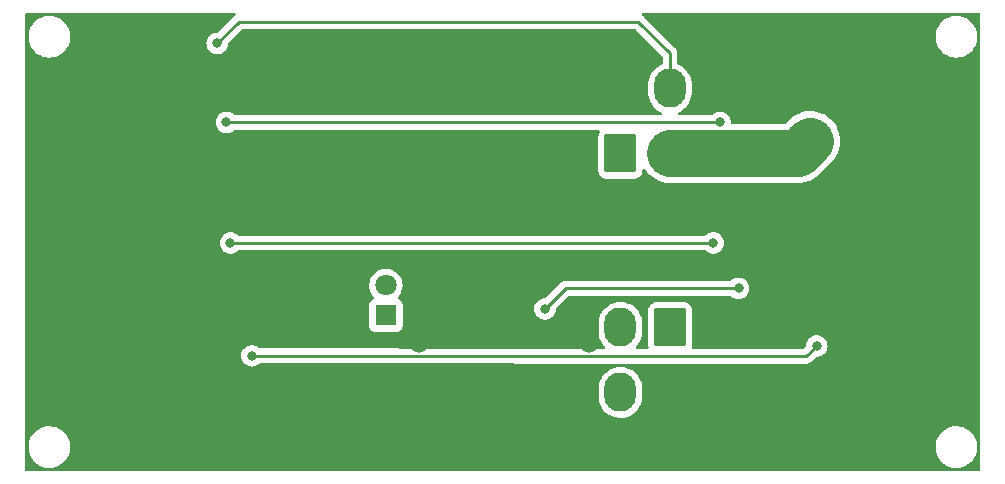
<source format=gbr>
%TF.GenerationSoftware,KiCad,Pcbnew,(6.0.9)*%
%TF.CreationDate,2023-01-06T08:48:34-09:00*%
%TF.ProjectId,CAUTION LIGHTS PANEL,43415554-494f-44e2-904c-494748545320,rev?*%
%TF.SameCoordinates,Original*%
%TF.FileFunction,Copper,L2,Bot*%
%TF.FilePolarity,Positive*%
%FSLAX46Y46*%
G04 Gerber Fmt 4.6, Leading zero omitted, Abs format (unit mm)*
G04 Created by KiCad (PCBNEW (6.0.9)) date 2023-01-06 08:48:34*
%MOMM*%
%LPD*%
G01*
G04 APERTURE LIST*
G04 Aperture macros list*
%AMRoundRect*
0 Rectangle with rounded corners*
0 $1 Rounding radius*
0 $2 $3 $4 $5 $6 $7 $8 $9 X,Y pos of 4 corners*
0 Add a 4 corners polygon primitive as box body*
4,1,4,$2,$3,$4,$5,$6,$7,$8,$9,$2,$3,0*
0 Add four circle primitives for the rounded corners*
1,1,$1+$1,$2,$3*
1,1,$1+$1,$4,$5*
1,1,$1+$1,$6,$7*
1,1,$1+$1,$8,$9*
0 Add four rect primitives between the rounded corners*
20,1,$1+$1,$2,$3,$4,$5,0*
20,1,$1+$1,$4,$5,$6,$7,0*
20,1,$1+$1,$6,$7,$8,$9,0*
20,1,$1+$1,$8,$9,$2,$3,0*%
G04 Aperture macros list end*
%TA.AperFunction,SMDPad,CuDef*%
%ADD10RoundRect,0.250000X-1.500000X-1.000000X1.500000X-1.000000X1.500000X1.000000X-1.500000X1.000000X0*%
%TD*%
%TA.AperFunction,ComponentPad*%
%ADD11RoundRect,0.250001X-1.099999X-1.399999X1.099999X-1.399999X1.099999X1.399999X-1.099999X1.399999X0*%
%TD*%
%TA.AperFunction,ComponentPad*%
%ADD12O,2.700000X3.300000*%
%TD*%
%TA.AperFunction,ComponentPad*%
%ADD13RoundRect,0.250001X1.099999X1.399999X-1.099999X1.399999X-1.099999X-1.399999X1.099999X-1.399999X0*%
%TD*%
%TA.AperFunction,ComponentPad*%
%ADD14R,1.800000X1.800000*%
%TD*%
%TA.AperFunction,ComponentPad*%
%ADD15C,1.800000*%
%TD*%
%TA.AperFunction,ViaPad*%
%ADD16C,1.500000*%
%TD*%
%TA.AperFunction,ViaPad*%
%ADD17C,0.800000*%
%TD*%
%TA.AperFunction,Conductor*%
%ADD18C,4.000000*%
%TD*%
%TA.AperFunction,Conductor*%
%ADD19C,0.228600*%
%TD*%
G04 APERTURE END LIST*
D10*
%TO.P,C1,1*%
%TO.N,/LED+5V*%
X67026200Y28521200D03*
%TO.P,C1,2*%
%TO.N,/LEDGND*%
X73526200Y28521200D03*
%TD*%
D11*
%TO.P,J1,1,Pin_1*%
%TO.N,/LED+5V*%
X50936200Y27451200D03*
D12*
%TO.P,J1,2,Pin_2*%
X55136200Y27451200D03*
%TO.P,J1,3,Pin_3*%
%TO.N,/LEDGND*%
X50936200Y32951200D03*
%TO.P,J1,4,Pin_4*%
%TO.N,/DATAIN*%
X55136200Y32951200D03*
%TD*%
D13*
%TO.P,J2,1,Pin_1*%
%TO.N,/LED+5V*%
X55146200Y12721200D03*
D12*
%TO.P,J2,2,Pin_2*%
X50946200Y12721200D03*
%TO.P,J2,3,Pin_3*%
%TO.N,/LEDGND*%
X55146200Y7221200D03*
%TO.P,J2,4,Pin_4*%
%TO.N,/DATAOUT*%
X50946200Y7221200D03*
%TD*%
D14*
%TO.P,D25,1,K*%
%TO.N,Net-(D25-Pad1)*%
X31086200Y13731200D03*
D15*
%TO.P,D25,2,A*%
%TO.N,/LED+5V*%
X31086200Y16271200D03*
%TD*%
D16*
%TO.N,/LEDGND*%
X16546200Y2281200D03*
X39956200Y22241200D03*
X33876200Y11341200D03*
X64576200Y1921200D03*
X39986200Y2151200D03*
X39946200Y12301200D03*
X26536200Y2101200D03*
X74316200Y12091200D03*
X49776200Y22011200D03*
X74306200Y22241200D03*
X26516200Y22321200D03*
X64556200Y12001200D03*
X74306200Y1931200D03*
X64576200Y22111200D03*
X16596200Y32201200D03*
X16556200Y22201200D03*
X16536200Y12101200D03*
X48296200Y11321200D03*
X64586200Y32271200D03*
X50856200Y3061200D03*
X39976200Y32251200D03*
X26536200Y32221200D03*
X26496200Y12341200D03*
X74286200Y32161200D03*
D17*
%TO.N,Net-(D6-Pad2)*%
X59366200Y30081200D03*
X17576200Y30081200D03*
%TO.N,Net-(D16-Pad2)*%
X44556200Y14291200D03*
X60946200Y16031200D03*
%TO.N,Net-(D18-Pad2)*%
X67566200Y11151200D03*
X19746200Y10321200D03*
%TO.N,/DATAIN*%
X16806200Y36771200D03*
%TO.N,/DATAOUT1*%
X17916200Y19871200D03*
X58816200Y19881200D03*
%TD*%
D18*
%TO.N,/LED+5V*%
X55136200Y27451200D02*
X65956200Y27451200D01*
X65956200Y27451200D02*
X67026200Y28521200D01*
D19*
%TO.N,Net-(D6-Pad2)*%
X17576200Y30081200D02*
X17556200Y30081200D01*
X59366200Y30081200D02*
X17576200Y30081200D01*
%TO.N,Net-(D16-Pad2)*%
X44556200Y14291200D02*
X44556200Y14291200D01*
X60946200Y16031200D02*
X46296200Y16031200D01*
X46296200Y16031200D02*
X44556200Y14291200D01*
%TO.N,Net-(D18-Pad2)*%
X19746200Y10321200D02*
X19788301Y10279099D01*
X66694099Y10279099D02*
X19746200Y10321200D01*
X67566200Y11151200D02*
X66694099Y10279099D01*
%TO.N,/DATAIN*%
X16806200Y36771200D02*
X16826200Y36771200D01*
X55136200Y32951200D02*
X55136200Y35931200D01*
X55136200Y35931200D02*
X52466200Y38601200D01*
X52466200Y38601200D02*
X18656200Y38601200D01*
X18656200Y38601200D02*
X16806200Y36771200D01*
%TO.N,/DATAOUT1*%
X17916200Y19871200D02*
X17926200Y19881200D01*
X58816200Y19881200D02*
X17916200Y19871200D01*
%TD*%
%TA.AperFunction,Conductor*%
%TO.N,/LEDGND*%
G36*
X18312957Y39334098D02*
G01*
X18359450Y39280442D01*
X18369554Y39210168D01*
X18340060Y39145588D01*
X18308384Y39119299D01*
X18280990Y39103299D01*
X18280988Y39103298D01*
X18274149Y39099303D01*
X18268515Y39093730D01*
X18258658Y39083980D01*
X18244114Y39071626D01*
X18232890Y39063471D01*
X18232886Y39063467D01*
X18226476Y39058810D01*
X18221423Y39052702D01*
X18200131Y39026965D01*
X18191657Y39017703D01*
X16875851Y37716122D01*
X16813355Y37682436D01*
X16787241Y37679700D01*
X16710713Y37679700D01*
X16704261Y37678328D01*
X16704256Y37678328D01*
X16617312Y37659847D01*
X16523912Y37639994D01*
X16517882Y37637309D01*
X16517881Y37637309D01*
X16355478Y37565003D01*
X16355476Y37565002D01*
X16349448Y37562318D01*
X16194947Y37450066D01*
X16067160Y37308144D01*
X16063859Y37302426D01*
X15994204Y37181780D01*
X15971673Y37142756D01*
X15912658Y36961128D01*
X15892696Y36771200D01*
X15893386Y36764635D01*
X15898789Y36713233D01*
X15912658Y36581272D01*
X15971673Y36399644D01*
X16067160Y36234256D01*
X16071578Y36229349D01*
X16071579Y36229348D01*
X16163153Y36127645D01*
X16194947Y36092334D01*
X16349448Y35980082D01*
X16355476Y35977398D01*
X16355478Y35977397D01*
X16517881Y35905091D01*
X16523912Y35902406D01*
X16617313Y35882553D01*
X16704256Y35864072D01*
X16704261Y35864072D01*
X16710713Y35862700D01*
X16901687Y35862700D01*
X16908139Y35864072D01*
X16908144Y35864072D01*
X16995087Y35882553D01*
X17088488Y35902406D01*
X17094519Y35905091D01*
X17256922Y35977397D01*
X17256924Y35977398D01*
X17262952Y35980082D01*
X17417453Y36092334D01*
X17449247Y36127645D01*
X17540821Y36229348D01*
X17540822Y36229349D01*
X17545240Y36234256D01*
X17640727Y36399644D01*
X17699742Y36581272D01*
X17709090Y36670207D01*
X17718238Y36757249D01*
X17745251Y36822905D01*
X17754938Y36833656D01*
X18875372Y37941978D01*
X18937868Y37975664D01*
X18963982Y37978400D01*
X52156038Y37978400D01*
X52224159Y37958398D01*
X52245133Y37941495D01*
X54476495Y35710132D01*
X54510521Y35647820D01*
X54513400Y35621037D01*
X54513400Y35089105D01*
X54493398Y35020984D01*
X54434703Y34972321D01*
X54313467Y34923215D01*
X54080718Y34786935D01*
X53870081Y34618484D01*
X53685966Y34421391D01*
X53532232Y34199784D01*
X53412099Y33958306D01*
X53328082Y33702014D01*
X53327302Y33697523D01*
X53327302Y33697522D01*
X53295725Y33515653D01*
X53281943Y33436279D01*
X53277700Y33351051D01*
X53277700Y32582688D01*
X53292247Y32382196D01*
X53293231Y32377741D01*
X53293231Y32377738D01*
X53331396Y32204878D01*
X53350394Y32118828D01*
X53352012Y32114558D01*
X53418144Y31940006D01*
X53445950Y31866612D01*
X53576914Y31630832D01*
X53579686Y31627200D01*
X53693808Y31477665D01*
X53740543Y31416427D01*
X53933408Y31227888D01*
X54151470Y31069166D01*
X54390161Y30943585D01*
X54389784Y30942868D01*
X54441104Y30899862D01*
X54462229Y30832081D01*
X54443355Y30763639D01*
X54390474Y30716267D01*
X54336246Y30704000D01*
X18294033Y30704000D01*
X18225912Y30724002D01*
X18200401Y30745686D01*
X18187453Y30760066D01*
X18032952Y30872318D01*
X18026924Y30875002D01*
X18026922Y30875003D01*
X17864519Y30947309D01*
X17864518Y30947309D01*
X17858488Y30949994D01*
X17750141Y30973024D01*
X17678144Y30988328D01*
X17678139Y30988328D01*
X17671687Y30989700D01*
X17480713Y30989700D01*
X17474261Y30988328D01*
X17474256Y30988328D01*
X17402259Y30973024D01*
X17293912Y30949994D01*
X17287882Y30947309D01*
X17287881Y30947309D01*
X17125478Y30875003D01*
X17125476Y30875002D01*
X17119448Y30872318D01*
X16964947Y30760066D01*
X16837160Y30618144D01*
X16741673Y30452756D01*
X16682658Y30271128D01*
X16681968Y30264567D01*
X16681968Y30264565D01*
X16663386Y30087765D01*
X16662696Y30081200D01*
X16663386Y30074635D01*
X16671155Y30000721D01*
X16682658Y29891272D01*
X16741673Y29709644D01*
X16744976Y29703922D01*
X16744977Y29703921D01*
X16760309Y29677366D01*
X16837160Y29544256D01*
X16964947Y29402334D01*
X17119448Y29290082D01*
X17125476Y29287398D01*
X17125478Y29287397D01*
X17172899Y29266284D01*
X17293912Y29212406D01*
X17387312Y29192553D01*
X17474256Y29174072D01*
X17474261Y29174072D01*
X17480713Y29172700D01*
X17671687Y29172700D01*
X17678139Y29174072D01*
X17678144Y29174072D01*
X17765088Y29192553D01*
X17858488Y29212406D01*
X17979501Y29266284D01*
X18026922Y29287397D01*
X18026924Y29287398D01*
X18032952Y29290082D01*
X18187453Y29402334D01*
X18200399Y29416712D01*
X18260842Y29453950D01*
X18294033Y29458400D01*
X49093748Y29458400D01*
X49161869Y29438398D01*
X49208362Y29384742D01*
X49218466Y29314468D01*
X49201008Y29266284D01*
X49144085Y29173938D01*
X49088403Y29006061D01*
X49077700Y28901600D01*
X49077700Y26000800D01*
X49088674Y25895035D01*
X49090855Y25888499D01*
X49090855Y25888497D01*
X49104975Y25846174D01*
X49144650Y25727255D01*
X49237722Y25576852D01*
X49242904Y25571679D01*
X49304651Y25510039D01*
X49362897Y25451895D01*
X49369127Y25448055D01*
X49369128Y25448054D01*
X49506290Y25363506D01*
X49513462Y25359085D01*
X49531196Y25353203D01*
X49674811Y25305568D01*
X49674813Y25305568D01*
X49681339Y25303403D01*
X49688175Y25302703D01*
X49688178Y25302702D01*
X49731231Y25298291D01*
X49785800Y25292700D01*
X52086600Y25292700D01*
X52089846Y25293037D01*
X52089850Y25293037D01*
X52185507Y25302962D01*
X52185511Y25302963D01*
X52192365Y25303674D01*
X52198901Y25305855D01*
X52198903Y25305855D01*
X52347334Y25355376D01*
X52360145Y25359650D01*
X52510548Y25452722D01*
X52635505Y25577897D01*
X52728315Y25728462D01*
X52783997Y25896339D01*
X52794700Y26000800D01*
X52794700Y26018496D01*
X52814702Y26086617D01*
X52868358Y26133110D01*
X52938632Y26143214D01*
X53003212Y26113720D01*
X53022634Y26092559D01*
X53199546Y25849060D01*
X53415618Y25618967D01*
X53658825Y25417768D01*
X53925331Y25248638D01*
X53928910Y25246954D01*
X53928917Y25246950D01*
X54207344Y25115933D01*
X54207348Y25115931D01*
X54210934Y25114244D01*
X54511128Y25016705D01*
X54821180Y24957559D01*
X55057362Y24942700D01*
X65914797Y24942700D01*
X65918755Y24942638D01*
X66031192Y24939104D01*
X66031198Y24939104D01*
X66035149Y24938980D01*
X66151115Y24949943D01*
X66155007Y24950248D01*
X66271220Y24957559D01*
X66275109Y24958301D01*
X66275118Y24958302D01*
X66304210Y24963852D01*
X66315962Y24965525D01*
X66317156Y24965638D01*
X66349392Y24968685D01*
X66463064Y24994094D01*
X66466888Y24994885D01*
X66490732Y24999434D01*
X66581272Y25016705D01*
X66585039Y25017929D01*
X66585043Y25017930D01*
X66613207Y25027081D01*
X66624657Y25030214D01*
X66657433Y25037540D01*
X66767045Y25077003D01*
X66770707Y25078256D01*
X66881466Y25114244D01*
X66885041Y25115926D01*
X66885048Y25115929D01*
X66911857Y25128544D01*
X66922821Y25133085D01*
X66950693Y25143120D01*
X66950701Y25143124D01*
X66954416Y25144461D01*
X66957927Y25146250D01*
X66957934Y25146253D01*
X67058169Y25197326D01*
X67061724Y25199067D01*
X67163484Y25246951D01*
X67163485Y25246951D01*
X67167069Y25248638D01*
X67195430Y25266636D01*
X67205731Y25272512D01*
X67221232Y25280410D01*
X67232125Y25285960D01*
X67232129Y25285963D01*
X67235655Y25287759D01*
X67238932Y25289986D01*
X67238937Y25289989D01*
X67331953Y25353203D01*
X67335261Y25355376D01*
X67338343Y25357332D01*
X67433575Y25417768D01*
X67436630Y25420296D01*
X67436635Y25420299D01*
X67459459Y25439180D01*
X67468946Y25446303D01*
X67496718Y25465177D01*
X67499689Y25467796D01*
X67499695Y25467801D01*
X67584050Y25542172D01*
X67587061Y25544744D01*
X67625874Y25576852D01*
X67676782Y25618967D01*
X67756516Y25703875D01*
X67759270Y25706716D01*
X68854314Y26801759D01*
X68855725Y26803170D01*
X68901454Y26855039D01*
X68929664Y26878857D01*
X68994326Y26918871D01*
X68994330Y26918874D01*
X69000548Y26922722D01*
X69125505Y27047897D01*
X69218315Y27198462D01*
X69273997Y27366339D01*
X69276853Y27394212D01*
X69289930Y27438573D01*
X69331142Y27519457D01*
X69332940Y27522985D01*
X69439861Y27819968D01*
X69508716Y28128009D01*
X69538420Y28442251D01*
X69535934Y28521379D01*
X69528630Y28753781D01*
X69528506Y28757737D01*
X69508523Y28883904D01*
X69479747Y29065588D01*
X69479746Y29065593D01*
X69479128Y29069494D01*
X69450803Y29166991D01*
X69392172Y29368803D01*
X69392170Y29368809D01*
X69391067Y29372605D01*
X69389498Y29376231D01*
X69389495Y29376239D01*
X69286003Y29615393D01*
X69276313Y29652431D01*
X69274437Y29670509D01*
X69273726Y29677366D01*
X69217750Y29845146D01*
X69124678Y29995548D01*
X68999503Y30120505D01*
X68943580Y30154977D01*
X68915186Y30178908D01*
X68914002Y30180251D01*
X68911574Y30183381D01*
X68688381Y30406574D01*
X68438975Y30600034D01*
X68167288Y30760710D01*
X68163652Y30762283D01*
X68163649Y30762285D01*
X68044546Y30813825D01*
X67877605Y30886067D01*
X67873809Y30887170D01*
X67873803Y30887172D01*
X67578294Y30973024D01*
X67574494Y30974128D01*
X67570593Y30974746D01*
X67570588Y30974747D01*
X67266646Y31022887D01*
X67266644Y31022887D01*
X67262737Y31023506D01*
X67118927Y31028025D01*
X66951209Y31033296D01*
X66951203Y31033296D01*
X66947251Y31033420D01*
X66633009Y31003716D01*
X66324968Y30934861D01*
X66321246Y30933521D01*
X66031712Y30829282D01*
X66031709Y30829281D01*
X66027985Y30827940D01*
X65746745Y30684641D01*
X65743468Y30682414D01*
X65743463Y30682411D01*
X65625214Y30602049D01*
X65485683Y30507224D01*
X65308170Y30350725D01*
X65128498Y30171053D01*
X65105706Y30153004D01*
X65051852Y30119678D01*
X65046679Y30114496D01*
X64929070Y29996682D01*
X64866787Y29962603D01*
X64839897Y29959700D01*
X60405014Y29959700D01*
X60336893Y29979702D01*
X60290400Y30033358D01*
X60279986Y30081230D01*
X60279704Y30081200D01*
X60279434Y30083770D01*
X60279434Y30083771D01*
X60279014Y30087765D01*
X60260432Y30264565D01*
X60260432Y30264567D01*
X60259742Y30271128D01*
X60200727Y30452756D01*
X60105240Y30618144D01*
X59977453Y30760066D01*
X59822952Y30872318D01*
X59816924Y30875002D01*
X59816922Y30875003D01*
X59654519Y30947309D01*
X59654518Y30947309D01*
X59648488Y30949994D01*
X59540141Y30973024D01*
X59468144Y30988328D01*
X59468139Y30988328D01*
X59461687Y30989700D01*
X59270713Y30989700D01*
X59264261Y30988328D01*
X59264256Y30988328D01*
X59192259Y30973024D01*
X59083912Y30949994D01*
X59077882Y30947309D01*
X59077881Y30947309D01*
X58915478Y30875003D01*
X58915476Y30875002D01*
X58909448Y30872318D01*
X58754947Y30760066D01*
X58742001Y30745688D01*
X58681558Y30708450D01*
X58648367Y30704000D01*
X55926242Y30704000D01*
X55858121Y30724002D01*
X55811628Y30777658D01*
X55801524Y30847932D01*
X55831018Y30912512D01*
X55878940Y30946784D01*
X55954698Y30977469D01*
X55954705Y30977473D01*
X55958933Y30979185D01*
X56191682Y31115465D01*
X56402319Y31283916D01*
X56586434Y31481009D01*
X56740168Y31702616D01*
X56860301Y31944094D01*
X56944318Y32200386D01*
X56945098Y32204878D01*
X56989801Y32462340D01*
X56989802Y32462348D01*
X56990457Y32466121D01*
X56994700Y32551349D01*
X56994700Y33319712D01*
X56980153Y33520204D01*
X56979169Y33524662D01*
X56922991Y33779112D01*
X56922990Y33779116D01*
X56922006Y33783572D01*
X56874228Y33909680D01*
X56828068Y34031518D01*
X56828067Y34031521D01*
X56826450Y34035788D01*
X56695486Y34271568D01*
X56613672Y34378770D01*
X56534629Y34482341D01*
X56534628Y34482342D01*
X56531857Y34485973D01*
X56338992Y34674512D01*
X56120930Y34833234D01*
X55882239Y34958815D01*
X55843994Y34972321D01*
X55843043Y34972657D01*
X55785470Y35014201D01*
X55759498Y35080277D01*
X55759000Y35091466D01*
X55759000Y35853848D01*
X55759513Y35864738D01*
X55761164Y35872123D01*
X55759062Y35939006D01*
X55759000Y35942963D01*
X55759000Y35970383D01*
X55758504Y35974312D01*
X55758484Y35974626D01*
X55757583Y35986060D01*
X55756470Y36021476D01*
X55756221Y36029402D01*
X55750712Y36048365D01*
X55746703Y36067725D01*
X55745222Y36079448D01*
X55745222Y36079449D01*
X55744228Y36087315D01*
X55741309Y36094688D01*
X55728261Y36127645D01*
X55724416Y36138875D01*
X55714531Y36172900D01*
X55714531Y36172901D01*
X55712320Y36180510D01*
X55702272Y36197500D01*
X55693572Y36215259D01*
X55689220Y36226250D01*
X55686302Y36233621D01*
X55660815Y36268701D01*
X55654297Y36278623D01*
X55636256Y36309130D01*
X55636252Y36309135D01*
X55632220Y36315953D01*
X55618256Y36329917D01*
X55605415Y36344951D01*
X55598469Y36354511D01*
X55593810Y36360924D01*
X55560393Y36388569D01*
X55551614Y36396559D01*
X54725028Y37223145D01*
X77631058Y37223145D01*
X77666304Y36964162D01*
X77667612Y36959676D01*
X77667612Y36959674D01*
X77687298Y36892136D01*
X77739443Y36713233D01*
X77848868Y36475872D01*
X77851431Y36471963D01*
X77989610Y36261204D01*
X77989614Y36261199D01*
X77992176Y36257291D01*
X78166218Y36062294D01*
X78367170Y35895163D01*
X78371173Y35892734D01*
X78586622Y35761996D01*
X78586626Y35761994D01*
X78590619Y35759571D01*
X78831655Y35658497D01*
X79084983Y35594159D01*
X79089634Y35593691D01*
X79089638Y35593690D01*
X79282508Y35574269D01*
X79302067Y35572300D01*
X79457554Y35572300D01*
X79459879Y35572473D01*
X79459885Y35572473D01*
X79647200Y35586393D01*
X79647204Y35586394D01*
X79651852Y35586739D01*
X79656400Y35587768D01*
X79656406Y35587769D01*
X79842801Y35629947D01*
X79906777Y35644423D01*
X79911131Y35646116D01*
X80146024Y35737460D01*
X80146027Y35737461D01*
X80150377Y35739153D01*
X80377298Y35868849D01*
X80582557Y36030662D01*
X80761643Y36221037D01*
X80910624Y36435791D01*
X81026225Y36670207D01*
X81056452Y36764635D01*
X81104480Y36914677D01*
X81105907Y36919135D01*
X81147921Y37177107D01*
X81149636Y37308144D01*
X81151281Y37433778D01*
X81151281Y37433781D01*
X81151342Y37438455D01*
X81116096Y37697438D01*
X81101673Y37746923D01*
X81044268Y37943868D01*
X81042957Y37948367D01*
X80933532Y38185728D01*
X80900719Y38235776D01*
X80792790Y38400396D01*
X80792786Y38400401D01*
X80790224Y38404309D01*
X80616182Y38599306D01*
X80415230Y38766437D01*
X80368044Y38795070D01*
X80195778Y38899604D01*
X80195774Y38899606D01*
X80191781Y38902029D01*
X79950745Y39003103D01*
X79697417Y39067441D01*
X79692766Y39067909D01*
X79692762Y39067910D01*
X79483471Y39088984D01*
X79480333Y39089300D01*
X79324846Y39089300D01*
X79322521Y39089127D01*
X79322515Y39089127D01*
X79135200Y39075207D01*
X79135196Y39075206D01*
X79130548Y39074861D01*
X79126000Y39073832D01*
X79125994Y39073831D01*
X79008017Y39047135D01*
X78875623Y39017177D01*
X78871271Y39015485D01*
X78871269Y39015484D01*
X78636376Y38924140D01*
X78636373Y38924139D01*
X78632023Y38922447D01*
X78405102Y38792751D01*
X78199843Y38630938D01*
X78020757Y38440563D01*
X77871776Y38225809D01*
X77756175Y37991393D01*
X77754753Y37986950D01*
X77754752Y37986948D01*
X77677920Y37746923D01*
X77676493Y37742465D01*
X77634479Y37484493D01*
X77631058Y37223145D01*
X54725028Y37223145D01*
X52961287Y38986886D01*
X52953945Y38994953D01*
X52949890Y39001343D01*
X52901126Y39047135D01*
X52898283Y39049890D01*
X52878880Y39069293D01*
X52875746Y39071724D01*
X52875561Y39071887D01*
X52866789Y39079379D01*
X52835182Y39109060D01*
X52819490Y39117687D01*
X52769433Y39168033D01*
X52754541Y39237450D01*
X52779543Y39303898D01*
X52836501Y39346282D01*
X52880194Y39354100D01*
X81286300Y39354100D01*
X81354421Y39334098D01*
X81400914Y39280442D01*
X81412300Y39228100D01*
X81412300Y681100D01*
X81392298Y612979D01*
X81338642Y566486D01*
X81286300Y555100D01*
X679300Y555100D01*
X611179Y575102D01*
X564686Y628758D01*
X553300Y681100D01*
X553300Y2483545D01*
X831058Y2483545D01*
X866304Y2224562D01*
X867612Y2220076D01*
X867612Y2220074D01*
X887298Y2152536D01*
X939443Y1973633D01*
X1048868Y1736272D01*
X1051431Y1732363D01*
X1189610Y1521604D01*
X1189614Y1521599D01*
X1192176Y1517691D01*
X1366218Y1322694D01*
X1567170Y1155563D01*
X1571173Y1153134D01*
X1786622Y1022396D01*
X1786626Y1022394D01*
X1790619Y1019971D01*
X2031655Y918897D01*
X2284983Y854559D01*
X2289634Y854091D01*
X2289638Y854090D01*
X2482508Y834669D01*
X2502067Y832700D01*
X2657554Y832700D01*
X2659879Y832873D01*
X2659885Y832873D01*
X2847200Y846793D01*
X2847204Y846794D01*
X2851852Y847139D01*
X2856400Y848168D01*
X2856406Y848169D01*
X3042801Y890347D01*
X3106777Y904823D01*
X3142969Y918897D01*
X3346024Y997860D01*
X3346027Y997861D01*
X3350377Y999553D01*
X3577298Y1129249D01*
X3782557Y1291062D01*
X3961643Y1481437D01*
X4110624Y1696191D01*
X4226225Y1930607D01*
X4305907Y2179535D01*
X4347921Y2437507D01*
X4348524Y2483545D01*
X77631058Y2483545D01*
X77666304Y2224562D01*
X77667612Y2220076D01*
X77667612Y2220074D01*
X77687298Y2152536D01*
X77739443Y1973633D01*
X77848868Y1736272D01*
X77851431Y1732363D01*
X77989610Y1521604D01*
X77989614Y1521599D01*
X77992176Y1517691D01*
X78166218Y1322694D01*
X78367170Y1155563D01*
X78371173Y1153134D01*
X78586622Y1022396D01*
X78586626Y1022394D01*
X78590619Y1019971D01*
X78831655Y918897D01*
X79084983Y854559D01*
X79089634Y854091D01*
X79089638Y854090D01*
X79282508Y834669D01*
X79302067Y832700D01*
X79457554Y832700D01*
X79459879Y832873D01*
X79459885Y832873D01*
X79647200Y846793D01*
X79647204Y846794D01*
X79651852Y847139D01*
X79656400Y848168D01*
X79656406Y848169D01*
X79842801Y890347D01*
X79906777Y904823D01*
X79942969Y918897D01*
X80146024Y997860D01*
X80146027Y997861D01*
X80150377Y999553D01*
X80377298Y1129249D01*
X80582557Y1291062D01*
X80761643Y1481437D01*
X80910624Y1696191D01*
X81026225Y1930607D01*
X81105907Y2179535D01*
X81147921Y2437507D01*
X81151342Y2698855D01*
X81116096Y2957838D01*
X81101673Y3007323D01*
X81044268Y3204268D01*
X81042957Y3208767D01*
X80933532Y3446128D01*
X80900719Y3496176D01*
X80792790Y3660796D01*
X80792786Y3660801D01*
X80790224Y3664709D01*
X80616182Y3859706D01*
X80415230Y4026837D01*
X80368044Y4055470D01*
X80195778Y4160004D01*
X80195774Y4160006D01*
X80191781Y4162429D01*
X79950745Y4263503D01*
X79697417Y4327841D01*
X79692766Y4328309D01*
X79692762Y4328310D01*
X79483471Y4349384D01*
X79480333Y4349700D01*
X79324846Y4349700D01*
X79322521Y4349527D01*
X79322515Y4349527D01*
X79135200Y4335607D01*
X79135196Y4335606D01*
X79130548Y4335261D01*
X79126000Y4334232D01*
X79125994Y4334231D01*
X78939599Y4292053D01*
X78875623Y4277577D01*
X78871271Y4275885D01*
X78871269Y4275884D01*
X78636376Y4184540D01*
X78636373Y4184539D01*
X78632023Y4182847D01*
X78405102Y4053151D01*
X78199843Y3891338D01*
X78020757Y3700963D01*
X77871776Y3486209D01*
X77756175Y3251793D01*
X77676493Y3002865D01*
X77634479Y2744893D01*
X77631058Y2483545D01*
X4348524Y2483545D01*
X4351342Y2698855D01*
X4316096Y2957838D01*
X4301673Y3007323D01*
X4244268Y3204268D01*
X4242957Y3208767D01*
X4133532Y3446128D01*
X4100719Y3496176D01*
X3992790Y3660796D01*
X3992786Y3660801D01*
X3990224Y3664709D01*
X3816182Y3859706D01*
X3615230Y4026837D01*
X3568044Y4055470D01*
X3395778Y4160004D01*
X3395774Y4160006D01*
X3391781Y4162429D01*
X3150745Y4263503D01*
X2897417Y4327841D01*
X2892766Y4328309D01*
X2892762Y4328310D01*
X2683471Y4349384D01*
X2680333Y4349700D01*
X2524846Y4349700D01*
X2522521Y4349527D01*
X2522515Y4349527D01*
X2335200Y4335607D01*
X2335196Y4335606D01*
X2330548Y4335261D01*
X2326000Y4334232D01*
X2325994Y4334231D01*
X2139599Y4292053D01*
X2075623Y4277577D01*
X2071271Y4275885D01*
X2071269Y4275884D01*
X1836376Y4184540D01*
X1836373Y4184539D01*
X1832023Y4182847D01*
X1605102Y4053151D01*
X1399843Y3891338D01*
X1220757Y3700963D01*
X1071776Y3486209D01*
X956175Y3251793D01*
X876493Y3002865D01*
X834479Y2744893D01*
X831058Y2483545D01*
X553300Y2483545D01*
X553300Y6852688D01*
X49087700Y6852688D01*
X49102247Y6652196D01*
X49103231Y6647741D01*
X49103231Y6647738D01*
X49141396Y6474878D01*
X49160394Y6388828D01*
X49162012Y6384558D01*
X49228144Y6210006D01*
X49255950Y6136612D01*
X49386914Y5900832D01*
X49389686Y5897200D01*
X49503808Y5747665D01*
X49550543Y5686427D01*
X49743408Y5497888D01*
X49961470Y5339166D01*
X50061231Y5286679D01*
X50196121Y5215710D01*
X50196127Y5215707D01*
X50200161Y5213585D01*
X50204466Y5212065D01*
X50204470Y5212063D01*
X50450167Y5125298D01*
X50454480Y5123775D01*
X50582232Y5098595D01*
X50714628Y5072500D01*
X50714634Y5072499D01*
X50719100Y5071619D01*
X50723653Y5071392D01*
X50723656Y5071392D01*
X50983908Y5058436D01*
X50983914Y5058436D01*
X50988477Y5058209D01*
X51256969Y5083825D01*
X51261403Y5084910D01*
X51261409Y5084911D01*
X51514512Y5146845D01*
X51518950Y5147931D01*
X51768933Y5249185D01*
X52001682Y5385465D01*
X52212319Y5553916D01*
X52396434Y5751009D01*
X52550168Y5972616D01*
X52670301Y6214094D01*
X52754318Y6470386D01*
X52755098Y6474878D01*
X52799801Y6732340D01*
X52799802Y6732348D01*
X52800457Y6736121D01*
X52804700Y6821349D01*
X52804700Y7589712D01*
X52790153Y7790204D01*
X52789169Y7794662D01*
X52732991Y8049112D01*
X52732990Y8049116D01*
X52732006Y8053572D01*
X52684228Y8179680D01*
X52638068Y8301518D01*
X52638067Y8301521D01*
X52636450Y8305788D01*
X52505486Y8541568D01*
X52423671Y8648771D01*
X52344629Y8752341D01*
X52344628Y8752342D01*
X52341857Y8755973D01*
X52148992Y8944512D01*
X51930930Y9103234D01*
X51831169Y9155721D01*
X51696279Y9226690D01*
X51696273Y9226693D01*
X51692239Y9228815D01*
X51687934Y9230335D01*
X51687930Y9230337D01*
X51442233Y9317102D01*
X51442232Y9317102D01*
X51437920Y9318625D01*
X51310168Y9343805D01*
X51177772Y9369900D01*
X51177766Y9369901D01*
X51173300Y9370781D01*
X51168747Y9371008D01*
X51168744Y9371008D01*
X50908492Y9383964D01*
X50908486Y9383964D01*
X50903923Y9384191D01*
X50635431Y9358575D01*
X50630997Y9357490D01*
X50630991Y9357489D01*
X50377888Y9295555D01*
X50373450Y9294469D01*
X50123467Y9193215D01*
X49890718Y9056935D01*
X49680081Y8888484D01*
X49495966Y8691391D01*
X49342232Y8469784D01*
X49222099Y8228306D01*
X49138082Y7972014D01*
X49137302Y7967523D01*
X49137302Y7967522D01*
X49105725Y7785653D01*
X49091943Y7706279D01*
X49087700Y7621051D01*
X49087700Y6852688D01*
X553300Y6852688D01*
X553300Y10321200D01*
X18832696Y10321200D01*
X18833386Y10314635D01*
X18840947Y10242700D01*
X18852658Y10131272D01*
X18911673Y9949644D01*
X19007160Y9784256D01*
X19011578Y9779349D01*
X19011579Y9779348D01*
X19122582Y9656067D01*
X19134947Y9642334D01*
X19289448Y9530082D01*
X19295476Y9527398D01*
X19295478Y9527397D01*
X19457881Y9455091D01*
X19463912Y9452406D01*
X19557312Y9432553D01*
X19644256Y9414072D01*
X19644261Y9414072D01*
X19650713Y9412700D01*
X19841687Y9412700D01*
X19848139Y9414072D01*
X19848144Y9414072D01*
X19935087Y9432553D01*
X20028488Y9452406D01*
X20034519Y9455091D01*
X20196922Y9527397D01*
X20196924Y9527398D01*
X20202952Y9530082D01*
X20357453Y9642334D01*
X20369820Y9656069D01*
X20430263Y9693307D01*
X20463564Y9697757D01*
X63864566Y9658836D01*
X66616118Y9656369D01*
X66627439Y9655830D01*
X66635022Y9654135D01*
X66642947Y9654384D01*
X66642948Y9654384D01*
X66701565Y9656226D01*
X66705634Y9656288D01*
X66712017Y9656282D01*
X66732724Y9656264D01*
X66736903Y9656788D01*
X66748610Y9657704D01*
X66779515Y9658676D01*
X66784382Y9658829D01*
X66792301Y9659078D01*
X66810941Y9664493D01*
X66830407Y9668515D01*
X66841802Y9669944D01*
X66841804Y9669944D01*
X66849669Y9670931D01*
X66857044Y9673843D01*
X66857047Y9673844D01*
X66890320Y9686983D01*
X66901445Y9690787D01*
X66935797Y9700767D01*
X66935800Y9700768D01*
X66943409Y9702979D01*
X66950232Y9707014D01*
X66950236Y9707016D01*
X66960111Y9712856D01*
X66977973Y9721597D01*
X66996027Y9728726D01*
X67002442Y9733378D01*
X67002444Y9733379D01*
X67031412Y9754386D01*
X67041241Y9760836D01*
X67072023Y9779041D01*
X67078851Y9783079D01*
X67092572Y9796800D01*
X67107697Y9809707D01*
X67116995Y9816449D01*
X67116999Y9816452D01*
X67123413Y9821104D01*
X67151304Y9854757D01*
X67159222Y9863450D01*
X67501567Y10205795D01*
X67563879Y10239821D01*
X67590662Y10242700D01*
X67661687Y10242700D01*
X67668139Y10244072D01*
X67668144Y10244072D01*
X67755088Y10262553D01*
X67848488Y10282406D01*
X67920876Y10314635D01*
X68016922Y10357397D01*
X68016924Y10357398D01*
X68022952Y10360082D01*
X68177453Y10472334D01*
X68305240Y10614256D01*
X68400727Y10779644D01*
X68459742Y10961272D01*
X68463591Y10997888D01*
X68479014Y11144635D01*
X68479704Y11151200D01*
X68471598Y11228328D01*
X68460432Y11334565D01*
X68460432Y11334567D01*
X68459742Y11341128D01*
X68400727Y11522756D01*
X68305240Y11688144D01*
X68285556Y11710006D01*
X68181875Y11825155D01*
X68181874Y11825156D01*
X68177453Y11830066D01*
X68022952Y11942318D01*
X68016924Y11945002D01*
X68016922Y11945003D01*
X67854519Y12017309D01*
X67854518Y12017309D01*
X67848488Y12019994D01*
X67755088Y12039847D01*
X67668144Y12058328D01*
X67668139Y12058328D01*
X67661687Y12059700D01*
X67470713Y12059700D01*
X67464261Y12058328D01*
X67464256Y12058328D01*
X67377312Y12039847D01*
X67283912Y12019994D01*
X67277882Y12017309D01*
X67277881Y12017309D01*
X67115478Y11945003D01*
X67115476Y11945002D01*
X67109448Y11942318D01*
X66954947Y11830066D01*
X66950526Y11825156D01*
X66950525Y11825155D01*
X66846845Y11710006D01*
X66827160Y11688144D01*
X66731673Y11522756D01*
X66672658Y11341128D01*
X66656064Y11183239D01*
X66653516Y11158999D01*
X66626503Y11093342D01*
X66617301Y11083074D01*
X66473309Y10939082D01*
X66410997Y10905056D01*
X66384101Y10902177D01*
X62810064Y10905382D01*
X57083573Y10910517D01*
X57015471Y10930580D01*
X56969026Y10984278D01*
X56958986Y11054560D01*
X56964094Y11076184D01*
X56991832Y11159812D01*
X56993997Y11166339D01*
X56996428Y11190059D01*
X57004372Y11267602D01*
X57004700Y11270800D01*
X57004700Y14171600D01*
X57002300Y14194735D01*
X56994438Y14270507D01*
X56994437Y14270511D01*
X56993726Y14277365D01*
X56989111Y14291200D01*
X56940068Y14438197D01*
X56937750Y14445145D01*
X56844678Y14595548D01*
X56719503Y14720505D01*
X56673414Y14748915D01*
X56575168Y14809475D01*
X56575166Y14809476D01*
X56568938Y14813315D01*
X56432483Y14858575D01*
X56407589Y14866832D01*
X56407587Y14866832D01*
X56401061Y14868997D01*
X56394225Y14869697D01*
X56394222Y14869698D01*
X56351169Y14874109D01*
X56296600Y14879700D01*
X53995800Y14879700D01*
X53992554Y14879363D01*
X53992550Y14879363D01*
X53896893Y14869438D01*
X53896889Y14869437D01*
X53890035Y14868726D01*
X53883499Y14866545D01*
X53883497Y14866545D01*
X53783107Y14833052D01*
X53722255Y14812750D01*
X53571852Y14719678D01*
X53446895Y14594503D01*
X53443055Y14588273D01*
X53443054Y14588272D01*
X53423738Y14556935D01*
X53354085Y14443938D01*
X53298403Y14276061D01*
X53297703Y14269225D01*
X53297702Y14269222D01*
X53293291Y14226169D01*
X53287700Y14171600D01*
X53287700Y11270800D01*
X53288037Y11267554D01*
X53288037Y11267550D01*
X53296363Y11187309D01*
X53298674Y11165035D01*
X53300857Y11158493D01*
X53300857Y11158491D01*
X53327087Y11079870D01*
X53329672Y11008920D01*
X53293489Y10947836D01*
X53230025Y10916011D01*
X53207455Y10913993D01*
X52768118Y10914388D01*
X52372323Y10914743D01*
X52304220Y10934806D01*
X52257775Y10988504D01*
X52247735Y11058787D01*
X52280359Y11126752D01*
X52396434Y11251009D01*
X52550168Y11472616D01*
X52571986Y11516471D01*
X52668267Y11710006D01*
X52670301Y11714094D01*
X52754318Y11970386D01*
X52769587Y12058328D01*
X52799801Y12232340D01*
X52799802Y12232348D01*
X52800457Y12236121D01*
X52804700Y12321349D01*
X52804700Y13089712D01*
X52790153Y13290204D01*
X52760965Y13422406D01*
X52732991Y13549112D01*
X52732990Y13549116D01*
X52732006Y13553572D01*
X52684228Y13679680D01*
X52638068Y13801518D01*
X52638067Y13801521D01*
X52636450Y13805788D01*
X52505486Y14041568D01*
X52403768Y14174850D01*
X52344629Y14252341D01*
X52344628Y14252342D01*
X52341857Y14255973D01*
X52314631Y14282589D01*
X52209723Y14385143D01*
X52148992Y14444512D01*
X51930930Y14603234D01*
X51792782Y14675917D01*
X51696279Y14726690D01*
X51696273Y14726693D01*
X51692239Y14728815D01*
X51687934Y14730335D01*
X51687930Y14730337D01*
X51442233Y14817102D01*
X51442232Y14817102D01*
X51437920Y14818625D01*
X51310168Y14843805D01*
X51177772Y14869900D01*
X51177766Y14869901D01*
X51173300Y14870781D01*
X51168747Y14871008D01*
X51168744Y14871008D01*
X50908492Y14883964D01*
X50908486Y14883964D01*
X50903923Y14884191D01*
X50635431Y14858575D01*
X50630997Y14857490D01*
X50630991Y14857489D01*
X50432400Y14808894D01*
X50373450Y14794469D01*
X50123467Y14693215D01*
X49890718Y14556935D01*
X49680081Y14388484D01*
X49495966Y14191391D01*
X49342232Y13969784D01*
X49340201Y13965701D01*
X49340199Y13965698D01*
X49317288Y13919644D01*
X49222099Y13728306D01*
X49138082Y13472014D01*
X49137302Y13467523D01*
X49137302Y13467522D01*
X49105725Y13285653D01*
X49091943Y13206279D01*
X49087700Y13121051D01*
X49087700Y12352688D01*
X49087865Y12350420D01*
X49087865Y12350408D01*
X49089974Y12321349D01*
X49102247Y12152196D01*
X49103231Y12147741D01*
X49103231Y12147738D01*
X49147992Y11945003D01*
X49160394Y11888828D01*
X49162012Y11884558D01*
X49238593Y11682426D01*
X49255950Y11636612D01*
X49386914Y11400832D01*
X49468729Y11293629D01*
X49498391Y11254763D01*
X49550543Y11186427D01*
X49604786Y11133401D01*
X49639514Y11071481D01*
X49635253Y11000613D01*
X49593353Y10943298D01*
X49527119Y10917734D01*
X49516593Y10917303D01*
X44234867Y10922039D01*
X20464501Y10943356D01*
X20396398Y10963419D01*
X20370978Y10985046D01*
X20361878Y10995153D01*
X20361871Y10995160D01*
X20357453Y11000066D01*
X20283336Y11053916D01*
X20208294Y11108437D01*
X20208293Y11108438D01*
X20202952Y11112318D01*
X20196924Y11115002D01*
X20196922Y11115003D01*
X20034519Y11187309D01*
X20034518Y11187309D01*
X20028488Y11189994D01*
X19935088Y11209847D01*
X19848144Y11228328D01*
X19848139Y11228328D01*
X19841687Y11229700D01*
X19650713Y11229700D01*
X19644261Y11228328D01*
X19644256Y11228328D01*
X19557312Y11209847D01*
X19463912Y11189994D01*
X19457882Y11187309D01*
X19457881Y11187309D01*
X19295478Y11115003D01*
X19295476Y11115002D01*
X19289448Y11112318D01*
X19134947Y11000066D01*
X19130526Y10995156D01*
X19130525Y10995155D01*
X19057447Y10913993D01*
X19007160Y10858144D01*
X18911673Y10692756D01*
X18852658Y10511128D01*
X18851968Y10504567D01*
X18851968Y10504565D01*
X18836783Y10360082D01*
X18832696Y10321200D01*
X553300Y10321200D01*
X553300Y16305731D01*
X29673295Y16305731D01*
X29673592Y16300578D01*
X29673592Y16300575D01*
X29679267Y16202159D01*
X29686627Y16074503D01*
X29687764Y16069457D01*
X29687765Y16069451D01*
X29719941Y15926677D01*
X29737546Y15848558D01*
X29739488Y15843776D01*
X29739489Y15843772D01*
X29811704Y15665929D01*
X29824684Y15633963D01*
X29945701Y15436481D01*
X29949082Y15432578D01*
X30057504Y15307412D01*
X30086986Y15242827D01*
X30076871Y15172554D01*
X30030370Y15118906D01*
X30006496Y15106933D01*
X29950715Y15086021D01*
X29939495Y15081815D01*
X29822939Y14994461D01*
X29735585Y14877905D01*
X29684455Y14741516D01*
X29677700Y14679334D01*
X29677700Y12783066D01*
X29684455Y12720884D01*
X29735585Y12584495D01*
X29822939Y12467939D01*
X29939495Y12380585D01*
X30075884Y12329455D01*
X30138066Y12322700D01*
X32034334Y12322700D01*
X32096516Y12329455D01*
X32232905Y12380585D01*
X32349461Y12467939D01*
X32436815Y12584495D01*
X32487945Y12720884D01*
X32494700Y12783066D01*
X32494700Y14291200D01*
X43642696Y14291200D01*
X43643386Y14284635D01*
X43655610Y14168334D01*
X43662658Y14101272D01*
X43721673Y13919644D01*
X43817160Y13754256D01*
X43821578Y13749349D01*
X43821579Y13749348D01*
X43940525Y13617245D01*
X43944947Y13612334D01*
X44099448Y13500082D01*
X44105476Y13497398D01*
X44105478Y13497397D01*
X44162490Y13472014D01*
X44273912Y13422406D01*
X44367312Y13402553D01*
X44454256Y13384072D01*
X44454261Y13384072D01*
X44460713Y13382700D01*
X44651687Y13382700D01*
X44658139Y13384072D01*
X44658144Y13384072D01*
X44745087Y13402553D01*
X44838488Y13422406D01*
X44949910Y13472014D01*
X45006922Y13497397D01*
X45006924Y13497398D01*
X45012952Y13500082D01*
X45167453Y13612334D01*
X45171875Y13617245D01*
X45290821Y13749348D01*
X45290822Y13749349D01*
X45295240Y13754256D01*
X45390727Y13919644D01*
X45449742Y14101272D01*
X45468885Y14283403D01*
X45495897Y14349059D01*
X45505099Y14359327D01*
X46517267Y15371495D01*
X46579579Y15405521D01*
X46606362Y15408400D01*
X60228367Y15408400D01*
X60296488Y15388398D01*
X60321999Y15366714D01*
X60334947Y15352334D01*
X60489448Y15240082D01*
X60495476Y15237398D01*
X60495478Y15237397D01*
X60641119Y15172554D01*
X60663912Y15162406D01*
X60757312Y15142553D01*
X60844256Y15124072D01*
X60844261Y15124072D01*
X60850713Y15122700D01*
X61041687Y15122700D01*
X61048139Y15124072D01*
X61048144Y15124072D01*
X61135088Y15142553D01*
X61228488Y15162406D01*
X61251281Y15172554D01*
X61396922Y15237397D01*
X61396924Y15237398D01*
X61402952Y15240082D01*
X61557453Y15352334D01*
X61685240Y15494256D01*
X61780727Y15659644D01*
X61839742Y15841272D01*
X61859704Y16031200D01*
X61854610Y16079671D01*
X61840432Y16214565D01*
X61840432Y16214567D01*
X61839742Y16221128D01*
X61780727Y16402756D01*
X61685240Y16568144D01*
X61673393Y16581302D01*
X61561875Y16705155D01*
X61561874Y16705156D01*
X61557453Y16710066D01*
X61402952Y16822318D01*
X61396924Y16825002D01*
X61396922Y16825003D01*
X61234519Y16897309D01*
X61234518Y16897309D01*
X61228488Y16899994D01*
X61135088Y16919847D01*
X61048144Y16938328D01*
X61048139Y16938328D01*
X61041687Y16939700D01*
X60850713Y16939700D01*
X60844261Y16938328D01*
X60844256Y16938328D01*
X60757312Y16919847D01*
X60663912Y16899994D01*
X60657882Y16897309D01*
X60657881Y16897309D01*
X60495478Y16825003D01*
X60495476Y16825002D01*
X60489448Y16822318D01*
X60334947Y16710066D01*
X60322001Y16695688D01*
X60261558Y16658450D01*
X60228367Y16654000D01*
X46373563Y16654000D01*
X46362664Y16654514D01*
X46355277Y16656165D01*
X46347352Y16655916D01*
X46347351Y16655916D01*
X46288376Y16654062D01*
X46284417Y16654000D01*
X46257017Y16654000D01*
X46253092Y16653504D01*
X46252789Y16653485D01*
X46241353Y16652584D01*
X46197999Y16651221D01*
X46179041Y16645713D01*
X46159679Y16641703D01*
X46140085Y16639228D01*
X46106721Y16626018D01*
X46099759Y16623262D01*
X46088529Y16619417D01*
X46054504Y16609532D01*
X46054502Y16609531D01*
X46046891Y16607320D01*
X46040068Y16603285D01*
X46029895Y16597269D01*
X46012143Y16588573D01*
X45993779Y16581302D01*
X45987368Y16576644D01*
X45958689Y16555808D01*
X45948769Y16549292D01*
X45918275Y16531258D01*
X45918273Y16531256D01*
X45911448Y16527220D01*
X45897487Y16513259D01*
X45882454Y16500419D01*
X45866476Y16488810D01*
X45861425Y16482704D01*
X45838826Y16455387D01*
X45830836Y16446608D01*
X44620832Y15236605D01*
X44558520Y15202579D01*
X44531737Y15199700D01*
X44460713Y15199700D01*
X44454261Y15198328D01*
X44454256Y15198328D01*
X44367312Y15179847D01*
X44273912Y15159994D01*
X44267882Y15157309D01*
X44267881Y15157309D01*
X44105478Y15085003D01*
X44105476Y15085002D01*
X44099448Y15082318D01*
X44094107Y15078438D01*
X44094106Y15078437D01*
X44044043Y15042064D01*
X43944947Y14970066D01*
X43817160Y14828144D01*
X43806046Y14808894D01*
X43729272Y14675917D01*
X43721673Y14662756D01*
X43662658Y14481128D01*
X43661968Y14474567D01*
X43661968Y14474565D01*
X43652921Y14388484D01*
X43642696Y14291200D01*
X32494700Y14291200D01*
X32494700Y14679334D01*
X32487945Y14741516D01*
X32436815Y14877905D01*
X32349461Y14994461D01*
X32232905Y15081815D01*
X32224496Y15084967D01*
X32224495Y15084968D01*
X32166004Y15106895D01*
X32109239Y15149536D01*
X32084539Y15216097D01*
X32099746Y15285446D01*
X32121293Y15314127D01*
X32158836Y15351540D01*
X32158840Y15351545D01*
X32162503Y15355195D01*
X32297658Y15543283D01*
X32344841Y15638750D01*
X32397984Y15746278D01*
X32397985Y15746280D01*
X32400278Y15750920D01*
X32467608Y15972529D01*
X32497840Y16202159D01*
X32499527Y16271200D01*
X32484384Y16455387D01*
X32480973Y16496882D01*
X32480972Y16496888D01*
X32480549Y16502033D01*
X32445839Y16640221D01*
X32425384Y16721656D01*
X32425383Y16721660D01*
X32424125Y16726667D01*
X32422066Y16731403D01*
X32333830Y16934332D01*
X32333828Y16934335D01*
X32331770Y16939069D01*
X32205964Y17133535D01*
X32050087Y17304842D01*
X32046036Y17308041D01*
X32046032Y17308045D01*
X31872377Y17445189D01*
X31872372Y17445192D01*
X31868323Y17448390D01*
X31863807Y17450883D01*
X31863804Y17450885D01*
X31670079Y17557827D01*
X31670075Y17557829D01*
X31665555Y17560324D01*
X31660686Y17562048D01*
X31660682Y17562050D01*
X31452103Y17635912D01*
X31452099Y17635913D01*
X31447228Y17637638D01*
X31442135Y17638545D01*
X31442132Y17638546D01*
X31224295Y17677349D01*
X31224289Y17677350D01*
X31219206Y17678255D01*
X31146296Y17679146D01*
X30992781Y17681021D01*
X30992779Y17681021D01*
X30987611Y17681084D01*
X30758664Y17646050D01*
X30538514Y17574094D01*
X30533926Y17571706D01*
X30533922Y17571704D01*
X30507265Y17557827D01*
X30333072Y17467148D01*
X30328939Y17464045D01*
X30328936Y17464043D01*
X30303825Y17445189D01*
X30147855Y17328083D01*
X29987839Y17160636D01*
X29984925Y17156364D01*
X29984924Y17156363D01*
X29969352Y17133535D01*
X29857319Y16969301D01*
X29759802Y16759219D01*
X29697907Y16536031D01*
X29673295Y16305731D01*
X553300Y16305731D01*
X553300Y19871200D01*
X17002696Y19871200D01*
X17022658Y19681272D01*
X17081673Y19499644D01*
X17177160Y19334256D01*
X17181578Y19329349D01*
X17181579Y19329348D01*
X17291521Y19207245D01*
X17304947Y19192334D01*
X17404043Y19120336D01*
X17440343Y19093963D01*
X17459448Y19080082D01*
X17465476Y19077398D01*
X17465478Y19077397D01*
X17614533Y19011034D01*
X17633912Y19002406D01*
X17727313Y18982553D01*
X17814256Y18964072D01*
X17814261Y18964072D01*
X17820713Y18962700D01*
X18011687Y18962700D01*
X18018139Y18964072D01*
X18018144Y18964072D01*
X18105087Y18982553D01*
X18198488Y19002406D01*
X18217867Y19011034D01*
X18366922Y19077397D01*
X18366924Y19077398D01*
X18372952Y19080082D01*
X18392058Y19093963D01*
X18505871Y19176654D01*
X18527453Y19192334D01*
X18540554Y19206884D01*
X18600999Y19244125D01*
X18634159Y19248576D01*
X38681558Y19253478D01*
X58098493Y19258225D01*
X58166619Y19238240D01*
X58192157Y19216539D01*
X58204947Y19202334D01*
X58359448Y19090082D01*
X58365476Y19087398D01*
X58365478Y19087397D01*
X58381908Y19080082D01*
X58533912Y19012406D01*
X58627313Y18992553D01*
X58714256Y18974072D01*
X58714261Y18974072D01*
X58720713Y18972700D01*
X58911687Y18972700D01*
X58918139Y18974072D01*
X58918144Y18974072D01*
X59005087Y18992553D01*
X59098488Y19012406D01*
X59250492Y19080082D01*
X59266922Y19087397D01*
X59266924Y19087398D01*
X59272952Y19090082D01*
X59427453Y19202334D01*
X59431875Y19207245D01*
X59550821Y19339348D01*
X59550822Y19339349D01*
X59555240Y19344256D01*
X59641649Y19493921D01*
X59647423Y19503921D01*
X59647424Y19503922D01*
X59650727Y19509644D01*
X59709742Y19691272D01*
X59729704Y19881200D01*
X59709742Y20071128D01*
X59650727Y20252756D01*
X59555240Y20418144D01*
X59486782Y20494175D01*
X59431875Y20555155D01*
X59431874Y20555156D01*
X59427453Y20560066D01*
X59328357Y20632064D01*
X59278294Y20668437D01*
X59278293Y20668438D01*
X59272952Y20672318D01*
X59266924Y20675002D01*
X59266922Y20675003D01*
X59104519Y20747309D01*
X59104518Y20747309D01*
X59098488Y20749994D01*
X59005088Y20769847D01*
X58918144Y20788328D01*
X58918139Y20788328D01*
X58911687Y20789700D01*
X58720713Y20789700D01*
X58714261Y20788328D01*
X58714256Y20788328D01*
X58627312Y20769847D01*
X58533912Y20749994D01*
X58527882Y20747309D01*
X58527881Y20747309D01*
X58365478Y20675003D01*
X58365476Y20675002D01*
X58359448Y20672318D01*
X58354107Y20668438D01*
X58354106Y20668437D01*
X58226529Y20575746D01*
X58204947Y20560066D01*
X58195943Y20550066D01*
X58191846Y20545516D01*
X58131401Y20508275D01*
X58098241Y20503824D01*
X38050843Y20498922D01*
X18633907Y20494175D01*
X18565781Y20514160D01*
X18540241Y20535863D01*
X18527453Y20550066D01*
X18372952Y20662318D01*
X18366924Y20665002D01*
X18366922Y20665003D01*
X18204519Y20737309D01*
X18204518Y20737309D01*
X18198488Y20739994D01*
X18105088Y20759847D01*
X18018144Y20778328D01*
X18018139Y20778328D01*
X18011687Y20779700D01*
X17820713Y20779700D01*
X17814261Y20778328D01*
X17814256Y20778328D01*
X17727312Y20759847D01*
X17633912Y20739994D01*
X17627882Y20737309D01*
X17627881Y20737309D01*
X17465478Y20665003D01*
X17465476Y20665002D01*
X17459448Y20662318D01*
X17304947Y20550066D01*
X17300528Y20545158D01*
X17300525Y20545155D01*
X17254623Y20494175D01*
X17177160Y20408144D01*
X17173859Y20402426D01*
X17087447Y20252756D01*
X17081673Y20242756D01*
X17022658Y20061128D01*
X17002696Y19871200D01*
X553300Y19871200D01*
X553300Y37223145D01*
X831058Y37223145D01*
X866304Y36964162D01*
X867612Y36959676D01*
X867612Y36959674D01*
X887298Y36892136D01*
X939443Y36713233D01*
X1048868Y36475872D01*
X1051431Y36471963D01*
X1189610Y36261204D01*
X1189614Y36261199D01*
X1192176Y36257291D01*
X1366218Y36062294D01*
X1567170Y35895163D01*
X1571173Y35892734D01*
X1786622Y35761996D01*
X1786626Y35761994D01*
X1790619Y35759571D01*
X2031655Y35658497D01*
X2284983Y35594159D01*
X2289634Y35593691D01*
X2289638Y35593690D01*
X2482508Y35574269D01*
X2502067Y35572300D01*
X2657554Y35572300D01*
X2659879Y35572473D01*
X2659885Y35572473D01*
X2847200Y35586393D01*
X2847204Y35586394D01*
X2851852Y35586739D01*
X2856400Y35587768D01*
X2856406Y35587769D01*
X3042801Y35629947D01*
X3106777Y35644423D01*
X3111131Y35646116D01*
X3346024Y35737460D01*
X3346027Y35737461D01*
X3350377Y35739153D01*
X3577298Y35868849D01*
X3782557Y36030662D01*
X3961643Y36221037D01*
X4110624Y36435791D01*
X4226225Y36670207D01*
X4256452Y36764635D01*
X4304480Y36914677D01*
X4305907Y36919135D01*
X4347921Y37177107D01*
X4349636Y37308144D01*
X4351281Y37433778D01*
X4351281Y37433781D01*
X4351342Y37438455D01*
X4316096Y37697438D01*
X4301673Y37746923D01*
X4244268Y37943868D01*
X4242957Y37948367D01*
X4133532Y38185728D01*
X4100719Y38235776D01*
X3992790Y38400396D01*
X3992786Y38400401D01*
X3990224Y38404309D01*
X3816182Y38599306D01*
X3615230Y38766437D01*
X3568044Y38795070D01*
X3395778Y38899604D01*
X3395774Y38899606D01*
X3391781Y38902029D01*
X3150745Y39003103D01*
X2897417Y39067441D01*
X2892766Y39067909D01*
X2892762Y39067910D01*
X2683471Y39088984D01*
X2680333Y39089300D01*
X2524846Y39089300D01*
X2522521Y39089127D01*
X2522515Y39089127D01*
X2335200Y39075207D01*
X2335196Y39075206D01*
X2330548Y39074861D01*
X2326000Y39073832D01*
X2325994Y39073831D01*
X2208017Y39047135D01*
X2075623Y39017177D01*
X2071271Y39015485D01*
X2071269Y39015484D01*
X1836376Y38924140D01*
X1836373Y38924139D01*
X1832023Y38922447D01*
X1605102Y38792751D01*
X1399843Y38630938D01*
X1220757Y38440563D01*
X1071776Y38225809D01*
X956175Y37991393D01*
X954753Y37986950D01*
X954752Y37986948D01*
X877920Y37746923D01*
X876493Y37742465D01*
X834479Y37484493D01*
X831058Y37223145D01*
X553300Y37223145D01*
X553300Y39228100D01*
X573302Y39296221D01*
X626958Y39342714D01*
X679300Y39354100D01*
X18244836Y39354100D01*
X18312957Y39334098D01*
G37*
%TD.AperFunction*%
%TD*%
M02*

</source>
